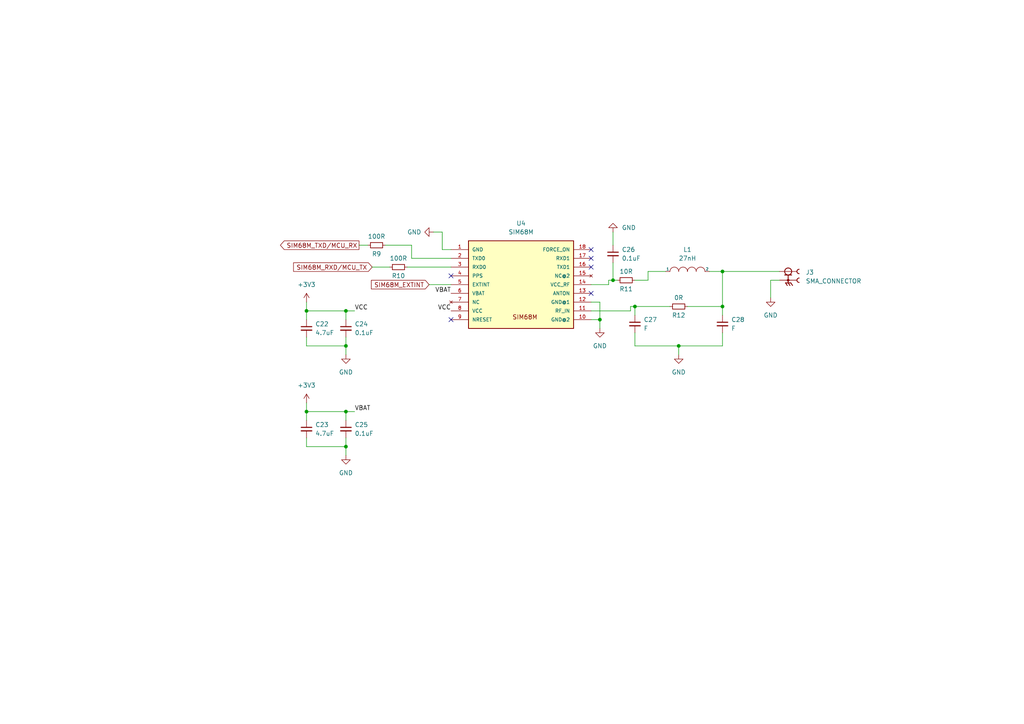
<source format=kicad_sch>
(kicad_sch (version 20211123) (generator eeschema)
  (paper "A4")
  (lib_symbols
    (symbol "Device:C_Small" (pin_numbers hide) (pin_names (offset 0.254) hide)
      (property "Reference" "C" (at 0.254 1.778 0))
      (property "Value" "C_Small" (at 0.254 -2.032 0))
      (symbol "C_Small_0_1"
        (polyline (pts (xy -1.524 -0.508) (xy 1.524 -0.508)) (stroke (width 0.3302)))
        (polyline (pts (xy -1.524 0.508) (xy 1.524 0.508)) (stroke (width 0.3048)))
      )
      (symbol "C_Small_1_1"
        (pin passive line (at 0 2.54 270) (length 2.032) (name "~") (number "1"))
        (pin passive line (at 0 -2.54 90) (length 2.032) (name "~") (number "2"))
      )
    )
    (symbol "Device:R_Small" (pin_numbers hide) (pin_names (offset 0.254) hide)
      (property "Reference" "R" (at 0.762 0.508 0))
      (property "Value" "R_Small" (at 0.762 -1.016 0))
      (symbol "R_Small_0_1"
        (rectangle (start -0.762 1.778) (end 0.762 -1.778) (stroke (width 0.2032)))
      )
      (symbol "R_Small_1_1"
        (pin passive line (at 0 2.54 270) (length 0.762) (name "~") (number "1"))
        (pin passive line (at 0 -2.54 90) (length 0.762) (name "~") (number "2"))
      )
    )
    (symbol "SIM68M:SIM68M" (pin_names (offset 1.016))
      (property "Reference" "U" (at -15.24 15.24 0))
      (property "Value" "SIM68M" (at -15.24 -12.7 0))
      (symbol "SIM68M_0_0"
        (rectangle (start -15.24 -10.16) (end 15.24 15.24) (stroke (width 0.254)) (fill (type background)))
        (text "SIM68M" (at -2.54 -7.62 0) (effects (font (size 1.27 1.27)) (justify left bottom)))
        (pin power_in line (at -20.32 12.7 0) (length 5.08) (name "GND") (number "1"))
        (pin power_in line (at 20.32 -7.62 180) (length 5.08) (name "GND@2") (number "10"))
        (pin bidirectional line (at 20.32 -5.08 180) (length 5.08) (name "RF_IN") (number "11"))
        (pin power_in line (at 20.32 -2.54 180) (length 5.08) (name "GND@1") (number "12"))
        (pin bidirectional line (at 20.32 0 180) (length 5.08) (name "ANTON") (number "13"))
        (pin bidirectional line (at 20.32 2.54 180) (length 5.08) (name "VCC_RF") (number "14"))
        (pin no_connect line (at 20.32 5.08 180) (length 5.08) (name "NC@2") (number "15"))
        (pin bidirectional line (at 20.32 7.62 180) (length 5.08) (name "TXD1") (number "16"))
        (pin bidirectional line (at 20.32 10.16 180) (length 5.08) (name "RXD1") (number "17"))
        (pin bidirectional line (at 20.32 12.7 180) (length 5.08) (name "FORCE_ON") (number "18"))
        (pin bidirectional line (at -20.32 10.16 0) (length 5.08) (name "TXD0") (number "2"))
        (pin bidirectional line (at -20.32 7.62 0) (length 5.08) (name "RXD0") (number "3"))
        (pin bidirectional line (at -20.32 5.08 0) (length 5.08) (name "PPS") (number "4"))
        (pin bidirectional line (at -20.32 2.54 0) (length 5.08) (name "EXTINT") (number "5"))
        (pin bidirectional line (at -20.32 0 0) (length 5.08) (name "VBAT") (number "6"))
        (pin no_connect line (at -20.32 -2.54 0) (length 5.08) (name "NC") (number "7"))
        (pin power_in line (at -20.32 -5.08 0) (length 5.08) (name "VCC") (number "8"))
        (pin bidirectional line (at -20.32 -7.62 0) (length 5.08) (name "NRESET") (number "9"))
      )
    )
    (symbol "SMA_CONNECTOR:SMA_CONNECTOR" (pin_numbers hide) (pin_names (offset 1.016) hide)
      (property "Reference" "J" (at -3.81 1.524 0))
      (property "Value" "SMA_CONNECTOR" (at -4.064 -6.858 0))
      (symbol "SMA_CONNECTOR_0_0"
        (arc (start -3.175 -3.175) (mid -2.54 -2.54) (end -3.175 -1.905) (stroke (width 0.254)))
        (arc (start -3.175 -0.635) (mid -2.54 0) (end -3.175 0.635) (stroke (width 0.254)))
        (circle (center 0 -2.54) (radius 0.254) (stroke (width 0.254)))
        (polyline (pts (xy -1.016 -1.016) (xy 0 -1.016)) (stroke (width 0.254)))
        (polyline (pts (xy -0.762 -3.302) (xy -1.27 -4.064)) (stroke (width 0.254)))
        (polyline (pts (xy 0 -3.302) (xy -0.762 -3.302)) (stroke (width 0.254)))
        (polyline (pts (xy 0 -3.302) (xy -0.508 -4.064)) (stroke (width 0.254)))
        (polyline (pts (xy 0 -3.302) (xy 0.762 -3.302)) (stroke (width 0.254)))
        (polyline (pts (xy 0 -1.016) (xy 0 -3.302)) (stroke (width 0.254)))
        (polyline (pts (xy 0 -1.016) (xy 1.016 -1.016)) (stroke (width 0.254)))
        (polyline (pts (xy 0.762 -3.302) (xy 0.254 -4.064)) (stroke (width 0.254)))
        (circle (center 0 0) (radius 1.016) (stroke (width 0.254)))
        (pin passive line (at 2.54 0 180) (length 5.08) (name "~") (number "1"))
        (pin passive line (at 2.54 -2.54 180) (length 5.08) (name "~") (number "G1"))
        (pin passive line (at 2.54 -2.54 180) (length 5.08) (name "~") (number "G2"))
        (pin passive line (at 2.54 -2.54 180) (length 5.08) (name "~") (number "G3"))
        (pin passive line (at 2.54 -2.54 180) (length 5.08) (name "~") (number "G4"))
      )
    )
    (symbol "power:+3.3V" (power) (pin_names (offset 0))
      (property "Value" "+3.3V" (at 0 3.556 0))
      (symbol "+3.3V_0_1"
        (polyline (pts (xy -0.762 1.27) (xy 0 2.54)))
        (polyline (pts (xy 0 0) (xy 0 2.54)))
        (polyline (pts (xy 0 2.54) (xy 0.762 1.27)))
      )
      (symbol "+3.3V_1_1"
        (pin power_in line (at 0 0 90) (length 0) hide (name "+3V3") (number "1"))
      )
    )
    (symbol "power:GND" (power) (pin_names (offset 0))
      (property "Value" "GND" (at 0 -3.81 0))
      (symbol "GND_0_1"
        (polyline (pts (xy 0 0) (xy 0 -1.27) (xy 1.27 -1.27) (xy 0 -2.54) (xy -1.27 -1.27) (xy 0 -1.27)))
      )
      (symbol "GND_1_1"
        (pin power_in line (at 0 0 270) (length 0) hide (name "GND") (number "1"))
      )
    )
    (symbol "pspice:INDUCTOR" (pin_numbers hide) (pin_names (offset 0))
      (property "Reference" "L" (at 0 2.54 0))
      (property "Value" "INDUCTOR" (at 0 -1.27 0))
      (symbol "INDUCTOR_0_1"
        (arc (start -2.54 0) (mid -3.81 1.27) (end -5.08 0))
        (arc (start 0 0) (mid -1.27 1.27) (end -2.54 0))
        (arc (start 2.54 0) (mid 1.27 1.27) (end 0 0))
        (arc (start 5.08 0) (mid 3.81 1.27) (end 2.54 0))
      )
      (symbol "INDUCTOR_1_1"
        (pin input line (at -6.35 0 0) (length 1.27) (name "1") (number "1"))
        (pin input line (at 6.35 0 180) (length 1.27) (name "2") (number "2"))
      )
    )
  )
  (junction (at 100.33 119.38))
  (junction (at 177.8 81.28))
  (junction (at 88.9 90.17))
  (junction (at 100.33 129.54))
  (junction (at 173.99 92.71))
  (junction (at 196.85 100.33))
  (junction (at 88.9 119.38))
  (junction (at 184.15 88.9))
  (junction (at 209.55 88.9))
  (junction (at 209.55 78.74))
  (junction (at 100.33 90.17))
  (junction (at 100.33 100.33))
  (no_connect (at 171.45 77.47))
  (no_connect (at 171.45 72.39))
  (no_connect (at 171.45 74.93))
  (no_connect (at 130.81 92.71))
  (no_connect (at 130.81 80.01))
  (no_connect (at 171.45 85.09))
  (wire (pts (xy 184.15 81.28) (xy 187.96 81.28)))
  (wire (pts (xy 177.8 76.2) (xy 177.8 81.28)))
  (wire (pts (xy 88.9 100.33) (xy 100.33 100.33)))
  (wire (pts (xy 209.55 100.33) (xy 209.55 96.52)))
  (wire (pts (xy 88.9 116.84) (xy 88.9 119.38)))
  (wire (pts (xy 88.9 119.38) (xy 100.33 119.38)))
  (wire (pts (xy 88.9 87.63) (xy 88.9 90.17)))
  (wire (pts (xy 100.33 100.33) (xy 100.33 102.87)))
  (wire (pts (xy 226.06 81.28) (xy 223.52 81.28)))
  (wire (pts (xy 88.9 92.71) (xy 88.9 90.17)))
  (wire (pts (xy 171.45 82.55) (xy 176.53 82.55)))
  (wire (pts (xy 119.38 74.93) (xy 130.81 74.93)))
  (wire (pts (xy 182.88 88.9) (xy 184.15 88.9)))
  (wire (pts (xy 100.33 90.17) (xy 102.87 90.17)))
  (wire (pts (xy 88.9 121.92) (xy 88.9 119.38)))
  (wire (pts (xy 196.85 100.33) (xy 196.85 102.87)))
  (wire (pts (xy 128.27 72.39) (xy 128.27 67.31)))
  (wire (pts (xy 171.45 90.17) (xy 182.88 90.17)))
  (wire (pts (xy 205.74 78.74) (xy 209.55 78.74)))
  (wire (pts (xy 100.33 129.54) (xy 100.33 132.08)))
  (wire (pts (xy 124.46 82.55) (xy 130.81 82.55)))
  (wire (pts (xy 184.15 100.33) (xy 196.85 100.33)))
  (wire (pts (xy 118.11 77.47) (xy 130.81 77.47)))
  (wire (pts (xy 119.38 71.12) (xy 119.38 74.93)))
  (wire (pts (xy 199.39 88.9) (xy 209.55 88.9)))
  (wire (pts (xy 88.9 97.79) (xy 88.9 100.33)))
  (wire (pts (xy 88.9 129.54) (xy 100.33 129.54)))
  (wire (pts (xy 196.85 100.33) (xy 209.55 100.33)))
  (wire (pts (xy 184.15 91.44) (xy 184.15 88.9)))
  (wire (pts (xy 111.76 71.12) (xy 119.38 71.12)))
  (wire (pts (xy 223.52 81.28) (xy 223.52 86.36)))
  (wire (pts (xy 107.95 77.47) (xy 113.03 77.47)))
  (wire (pts (xy 173.99 87.63) (xy 173.99 92.71)))
  (wire (pts (xy 182.88 90.17) (xy 182.88 88.9)))
  (wire (pts (xy 177.8 81.28) (xy 179.07 81.28)))
  (wire (pts (xy 88.9 127) (xy 88.9 129.54)))
  (wire (pts (xy 209.55 88.9) (xy 209.55 91.44)))
  (wire (pts (xy 176.53 82.55) (xy 176.53 81.28)))
  (wire (pts (xy 104.14 71.12) (xy 106.68 71.12)))
  (wire (pts (xy 171.45 87.63) (xy 173.99 87.63)))
  (wire (pts (xy 176.53 81.28) (xy 177.8 81.28)))
  (wire (pts (xy 173.99 92.71) (xy 173.99 95.25)))
  (wire (pts (xy 184.15 88.9) (xy 194.31 88.9)))
  (wire (pts (xy 130.81 72.39) (xy 128.27 72.39)))
  (wire (pts (xy 209.55 78.74) (xy 226.06 78.74)))
  (wire (pts (xy 100.33 100.33) (xy 100.33 97.79)))
  (wire (pts (xy 184.15 96.52) (xy 184.15 100.33)))
  (wire (pts (xy 187.96 78.74) (xy 193.04 78.74)))
  (wire (pts (xy 209.55 88.9) (xy 209.55 78.74)))
  (wire (pts (xy 187.96 81.28) (xy 187.96 78.74)))
  (wire (pts (xy 100.33 90.17) (xy 100.33 92.71)))
  (wire (pts (xy 177.8 67.31) (xy 177.8 71.12)))
  (wire (pts (xy 100.33 119.38) (xy 102.87 119.38)))
  (wire (pts (xy 88.9 90.17) (xy 100.33 90.17)))
  (wire (pts (xy 128.27 67.31) (xy 125.73 67.31)))
  (wire (pts (xy 171.45 92.71) (xy 173.99 92.71)))
  (wire (pts (xy 100.33 129.54) (xy 100.33 127)))
  (wire (pts (xy 100.33 119.38) (xy 100.33 121.92)))
  (label "VBAT" (at 102.87 119.38 0))
  (label "VBAT" (at 130.81 85.09 180))
  (label "VCC" (at 130.81 90.17 180))
  (label "VCC" (at 102.87 90.17 0))
  (global_label "SIM68M_EXTINT" (shape input) (at 124.46 82.55 180) (property "Intersheet References" "${INTERSHEET_REFS}" (effects hide)))
  (global_label "SIM68M_TXD{slash}MCU_RX" (shape output) (at 104.14 71.12 180) (property "Intersheet References" "${INTERSHEET_REFS}" (effects hide)))
  (global_label "SIM68M_RXD{slash}MCU_TX" (shape input) (at 107.95 77.47 180) (property "Intersheet References" "${INTERSHEET_REFS}" (effects hide)))
  (symbol (lib_id "Device:R_Small") (at 109.22 71.12 90) (unit 1)
    (property "Reference" "R9" (at 109.22 73.66 90))
    (property "Value" "100R" (at 109.22 68.58 90))
  )
  (symbol (lib_id "power:GND") (at 100.33 102.87 0) (unit 1)
    (property "Reference" "#PWR029" (effects hide))
    (property "Value" "GND" (at 100.33 107.95 0))
  )
  (symbol (lib_id "pspice:INDUCTOR") (at 199.39 78.74 0) (unit 1)
    (property "Reference" "L1" (at 199.39 72.39 0))
    (property "Value" "27nH" (at 199.39 74.93 0))
  )
  (symbol (lib_id "power:GND") (at 100.33 132.08 0) (unit 1)
    (property "Reference" "#PWR030" (effects hide))
    (property "Value" "GND" (at 100.33 137.16 0))
  )
  (symbol (lib_id "Device:R_Small") (at 115.57 77.47 90) (unit 1)
    (property "Reference" "R10" (at 115.57 80.01 90))
    (property "Value" "100R" (at 115.57 74.93 90))
  )
  (symbol (lib_id "Device:C_Small") (at 184.15 93.98 0) (unit 1)
    (property "Reference" "C27" (at 186.69 92.7162 0) (effects (justify left)))
    (property "Value" "F" (at 186.69 95.2562 0) (effects (justify left)))
  )
  (symbol (lib_id "Device:C_Small") (at 209.55 93.98 0) (unit 1)
    (property "Reference" "C28" (at 212.09 92.7162 0) (effects (justify left)))
    (property "Value" "F" (at 212.09 95.2562 0) (effects (justify left)))
  )
  (symbol (lib_id "power:GND") (at 173.99 95.25 0) (unit 1)
    (property "Reference" "#PWR032" (effects hide))
    (property "Value" "GND" (at 173.99 100.33 0))
  )
  (symbol (lib_id "SMA_CONNECTOR:SMA_CONNECTOR") (at 228.6 78.74 0) (mirror y) (unit 1)
    (property "Reference" "J3" (at 233.68 78.9939 0) (effects (justify right)))
    (property "Value" "SMA_CONNECTOR" (at 233.68 81.5339 0) (effects (justify right)))
    (property "Footprint" "LPRS_SMA_CONNECTOR" (effects hide))
    (property "MANUFACTURER" "LPRS" (effects hide))
    (property "STANDARD" "Manufacturer Recommendations" (effects hide))
    (property "MAXIMUM_PACKAGE_HEIGHT" "8.3 mm" (effects hide))
    (property "PARTREV" "1.3" (effects hide))
  )
  (symbol (lib_id "SIM68M:SIM68M") (at 151.13 85.09 0) (unit 1)
    (property "Reference" "U4" (at 151.13 64.77 0))
    (property "Value" "SIM68M" (at 151.13 67.31 0))
    (property "Footprint" "SIM68M" (effects hide))
  )
  (symbol (lib_id "power:GND") (at 223.52 86.36 0) (unit 1)
    (property "Reference" "#PWR057" (effects hide))
    (property "Value" "GND" (at 223.52 91.44 0))
  )
  (symbol (lib_id "Device:C_Small") (at 100.33 124.46 0) (unit 1)
    (property "Reference" "C25" (at 102.87 123.1962 0) (effects (justify left)))
    (property "Value" "0.1uF" (at 102.87 125.7362 0) (effects (justify left)))
  )
  (symbol (lib_id "power:+3.3V") (at 88.9 87.63 0) (unit 1)
    (property "Reference" "#PWR027" (effects hide))
    (property "Value" "+3.3V" (at 88.9 82.55 0))
  )
  (symbol (lib_id "Device:C_Small") (at 88.9 95.25 0) (unit 1)
    (property "Reference" "C22" (at 91.44 93.9862 0) (effects (justify left)))
    (property "Value" "4.7uF" (at 91.44 96.5262 0) (effects (justify left)))
  )
  (symbol (lib_id "power:+3.3V") (at 88.9 116.84 0) (unit 1)
    (property "Reference" "#PWR028" (effects hide))
    (property "Value" "+3.3V" (at 88.9 111.76 0))
  )
  (symbol (lib_id "Device:C_Small") (at 88.9 124.46 0) (unit 1)
    (property "Reference" "C23" (at 91.44 123.1962 0) (effects (justify left)))
    (property "Value" "4.7uF" (at 91.44 125.7362 0) (effects (justify left)))
  )
  (symbol (lib_id "Device:C_Small") (at 177.8 73.66 0) (unit 1)
    (property "Reference" "C26" (at 180.34 72.3962 0) (effects (justify left)))
    (property "Value" "0.1uF" (at 180.34 74.9362 0) (effects (justify left)))
  )
  (symbol (lib_id "power:GND") (at 177.8 67.31 180) (unit 1)
    (property "Reference" "#PWR033" (effects hide))
    (property "Value" "GND" (at 180.34 66.0399 0) (effects (justify right)))
  )
  (symbol (lib_id "Device:R_Small") (at 196.85 88.9 90) (unit 1)
    (property "Reference" "R12" (at 196.85 91.44 90))
    (property "Value" "0R" (at 196.85 86.36 90))
  )
  (symbol (lib_id "Device:C_Small") (at 100.33 95.25 0) (unit 1)
    (property "Reference" "C24" (at 102.87 93.9862 0) (effects (justify left)))
    (property "Value" "0.1uF" (at 102.87 96.5262 0) (effects (justify left)))
  )
  (symbol (lib_id "Device:R_Small") (at 181.61 81.28 90) (unit 1)
    (property "Reference" "R11" (at 181.61 83.82 90))
    (property "Value" "10R" (at 181.61 78.74 90))
  )
  (symbol (lib_id "power:GND") (at 196.85 102.87 0) (unit 1)
    (property "Reference" "#PWR034" (effects hide))
    (property "Value" "GND" (at 196.85 107.95 0))
  )
  (symbol (lib_id "power:GND") (at 125.73 67.31 270) (unit 1)
    (property "Reference" "#PWR031" (effects hide))
    (property "Value" "GND" (at 118.11 67.31 90) (effects (justify left)))
  )
)
</source>
